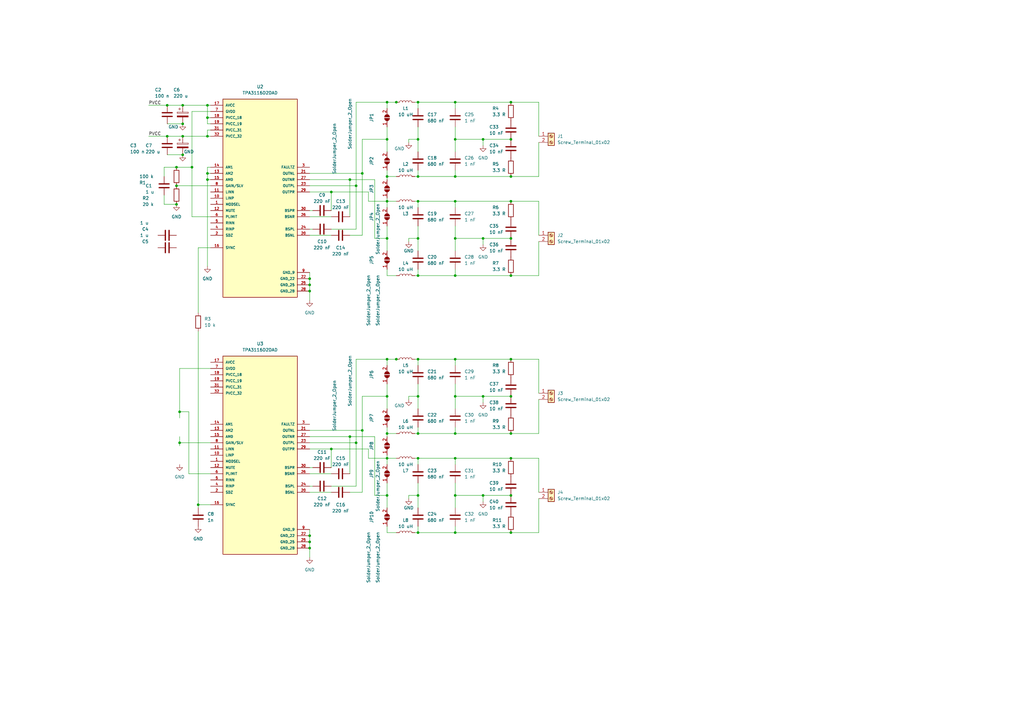
<source format=kicad_sch>
(kicad_sch (version 20230121) (generator eeschema)
  (paper "A3")
  (lib_symbols
    (symbol "Connector:Screw_Terminal_01x02" (pin_names (offset 1.016) hide)
      (property "Reference" "J" (at 0 2.54 0))
      (property "Value" "Screw_Terminal_01x02" (at 0 -5.08 0))
      (symbol "Screw_Terminal_01x02_1_1"
        (rectangle (start -1.27 1.27) (end 1.27 -3.81) (stroke (width 0.254)) (fill (type background)))
        (circle (center 0 -2.54) (radius 0.635) (stroke (width 0.1524)))
        (polyline (pts (xy -0.5334 -2.2098) (xy 0.3302 -3.048)) (stroke (width 0.1524)))
        (polyline (pts (xy -0.5334 0.3302) (xy 0.3302 -0.508)) (stroke (width 0.1524)))
        (polyline (pts (xy -0.3556 -2.032) (xy 0.508 -2.8702)) (stroke (width 0.1524)))
        (polyline (pts (xy -0.3556 0.508) (xy 0.508 -0.3302)) (stroke (width 0.1524)))
        (circle (center 0 0) (radius 0.635) (stroke (width 0.1524)))
        (pin passive line (at -5.08 0 0) (length 3.81) (name "Pin_1") (number "1"))
        (pin passive line (at -5.08 -2.54 0) (length 3.81) (name "Pin_2") (number "2"))
      )
    )
    (symbol "Device:C" (pin_numbers hide) (pin_names (offset 0.254))
      (property "Reference" "C" (at 0.635 2.54 0))
      (property "Value" "C" (at 0.635 -2.54 0))
      (symbol "C_0_1"
        (polyline (pts (xy -2.032 -0.762) (xy 2.032 -0.762)) (stroke (width 0.508)))
        (polyline (pts (xy -2.032 0.762) (xy 2.032 0.762)) (stroke (width 0.508)))
      )
      (symbol "C_1_1"
        (pin passive line (at 0 3.81 270) (length 2.794) (name "~") (number "1"))
        (pin passive line (at 0 -3.81 90) (length 2.794) (name "~") (number "2"))
      )
    )
    (symbol "Device:C_Polarized" (pin_numbers hide) (pin_names (offset 0.254))
      (property "Reference" "C" (at 0.635 2.54 0))
      (property "Value" "C_Polarized" (at 0.635 -2.54 0))
      (symbol "C_Polarized_0_1"
        (rectangle (start -2.286 0.508) (end 2.286 1.016))
        (polyline (pts (xy -1.778 2.286) (xy -0.762 2.286)))
        (polyline (pts (xy -1.27 2.794) (xy -1.27 1.778)))
        (rectangle (start 2.286 -0.508) (end -2.286 -1.016) (fill (type outline)))
      )
      (symbol "C_Polarized_1_1"
        (pin passive line (at 0 3.81 270) (length 2.794) (name "~") (number "1"))
        (pin passive line (at 0 -3.81 90) (length 2.794) (name "~") (number "2"))
      )
    )
    (symbol "Device:L" (pin_numbers hide) (pin_names (offset 1.016) hide)
      (property "Reference" "L" (at -1.27 0 90))
      (property "Value" "L" (at 1.905 0 90))
      (symbol "L_0_1"
        (arc (start 0 -2.54) (mid 0.6323 -1.905) (end 0 -1.27))
        (arc (start 0 -1.27) (mid 0.6323 -0.635) (end 0 0))
        (arc (start 0 0) (mid 0.6323 0.635) (end 0 1.27))
        (arc (start 0 1.27) (mid 0.6323 1.905) (end 0 2.54))
      )
      (symbol "L_1_1"
        (pin passive line (at 0 3.81 270) (length 1.27) (name "1") (number "1"))
        (pin passive line (at 0 -3.81 90) (length 1.27) (name "2") (number "2"))
      )
    )
    (symbol "Device:R" (pin_numbers hide) (pin_names (offset 0))
      (property "Reference" "R" (at 2.032 0 90))
      (property "Value" "R" (at 0 0 90))
      (symbol "R_0_1"
        (rectangle (start -1.016 -2.54) (end 1.016 2.54) (stroke (width 0.254)))
      )
      (symbol "R_1_1"
        (pin passive line (at 0 3.81 270) (length 1.27) (name "~") (number "1"))
        (pin passive line (at 0 -3.81 90) (length 1.27) (name "~") (number "2"))
      )
    )
    (symbol "Jumper:SolderJumper_2_Open" (pin_names (offset 0) hide)
      (property "Reference" "JP" (at 0 2.032 0))
      (property "Value" "SolderJumper_2_Open" (at 0 -2.54 0))
      (symbol "SolderJumper_2_Open_0_1"
        (arc (start -0.254 1.016) (mid -1.2656 0) (end -0.254 -1.016))
        (arc (start -0.254 1.016) (mid -1.2656 0) (end -0.254 -1.016) (fill (type outline)))
        (polyline (pts (xy -0.254 1.016) (xy -0.254 -1.016)))
        (polyline (pts (xy 0.254 1.016) (xy 0.254 -1.016)))
        (arc (start 0.254 -1.016) (mid 1.2656 0) (end 0.254 1.016))
        (arc (start 0.254 -1.016) (mid 1.2656 0) (end 0.254 1.016) (fill (type outline)))
      )
      (symbol "SolderJumper_2_Open_1_1"
        (pin passive line (at -3.81 0 0) (length 2.54) (name "A") (number "1"))
        (pin passive line (at 3.81 0 180) (length 2.54) (name "B") (number "2"))
      )
    )
    (symbol "Manifold:TPA3116D2DAD" (pin_names (offset 1.016))
      (property "Reference" "U" (at -15.24 41.64 0))
      (property "Value" "TPA3116D2DAD" (at -15.24 -44.64 0))
      (symbol "TPA3116D2DAD_0_0"
        (rectangle (start -15.24 -40.64) (end 15.24 40.64) (stroke (width 0.254)) (fill (type background)))
        (pin input line (at -20.32 -2.54 0) (length 5.08) (name "MODSEL") (number "1"))
        (pin input line (at -20.32 0 0) (length 5.08) (name "LINP") (number "10"))
        (pin input line (at -20.32 2.54 0) (length 5.08) (name "LINN") (number "11"))
        (pin input line (at -20.32 -5.08 0) (length 5.08) (name "MUTE") (number "12"))
        (pin input line (at -20.32 10.16 0) (length 5.08) (name "AM2") (number "13"))
        (pin input line (at -20.32 12.7 0) (length 5.08) (name "AM1") (number "14"))
        (pin input line (at -20.32 7.62 0) (length 5.08) (name "AM0") (number "15"))
        (pin bidirectional line (at -20.32 -20.32 0) (length 5.08) (name "SYNC") (number "16"))
        (pin power_in line (at -20.32 38.1 0) (length 5.08) (name "AVCC") (number "17"))
        (pin power_in line (at -20.32 33.02 0) (length 5.08) (name "PVCC_18") (number "18"))
        (pin power_in line (at -20.32 30.48 0) (length 5.08) (name "PVCC_19") (number "19"))
        (pin input line (at -20.32 -15.24 0) (length 5.08) (name "SDZ") (number "2"))
        (pin passive line (at 20.32 -15.24 180) (length 5.08) (name "BSNL") (number "20"))
        (pin output line (at 20.32 10.16 180) (length 5.08) (name "OUTNL") (number "21"))
        (pin power_in line (at 20.32 -33.02 180) (length 5.08) (name "GND_22") (number "22"))
        (pin output line (at 20.32 5.08 180) (length 5.08) (name "OUTPL") (number "23"))
        (pin passive line (at 20.32 -12.7 180) (length 5.08) (name "BSPL") (number "24"))
        (pin power_in line (at 20.32 -35.56 180) (length 5.08) (name "GND_25") (number "25"))
        (pin passive line (at 20.32 -7.62 180) (length 5.08) (name "BSNR") (number "26"))
        (pin output line (at 20.32 7.62 180) (length 5.08) (name "OUTNR") (number "27"))
        (pin power_in line (at 20.32 -38.1 180) (length 5.08) (name "GND_28") (number "28"))
        (pin output line (at 20.32 2.54 180) (length 5.08) (name "OUTPR") (number "29"))
        (pin output line (at 20.32 12.7 180) (length 5.08) (name "FAULTZ") (number "3"))
        (pin passive line (at 20.32 -5.08 180) (length 5.08) (name "BSPR") (number "30"))
        (pin power_in line (at -20.32 27.94 0) (length 5.08) (name "PVCC_31") (number "31"))
        (pin power_in line (at -20.32 25.4 0) (length 5.08) (name "PVCC_32") (number "32"))
        (pin input line (at -20.32 -12.7 0) (length 5.08) (name "RINP") (number "4"))
        (pin input line (at -20.32 -10.16 0) (length 5.08) (name "RINN") (number "5"))
        (pin input line (at -20.32 -7.62 0) (length 5.08) (name "PLIMIT") (number "6"))
        (pin power_in line (at -20.32 35.56 0) (length 5.08) (name "GVDD") (number "7"))
        (pin input line (at -20.32 5.08 0) (length 5.08) (name "GAIN/SLV") (number "8"))
        (pin power_in line (at 20.32 -30.48 180) (length 5.08) (name "GND_9") (number "9"))
      )
    )
    (symbol "power:GND" (power) (pin_names (offset 0))
      (property "Value" "GND" (at 0 -3.81 0))
      (symbol "GND_0_1"
        (polyline (pts (xy 0 0) (xy 0 -1.27) (xy 1.27 -1.27) (xy 0 -2.54) (xy -1.27 -1.27) (xy 0 -1.27)))
      )
      (symbol "GND_1_1"
        (pin power_in line (at 0 0 270) (length 0) hide (name "GND") (number "1"))
      )
    )
  )
  (junction (at 72.39 76.2))
  (junction (at 127 119.38))
  (junction (at 162.56 41.91))
  (junction (at 186.69 218.44))
  (junction (at 74.93 43.18))
  (junction (at 127 222.25))
  (junction (at 186.69 57.15))
  (junction (at 186.69 187.96))
  (junction (at 85.09 48.26))
  (junction (at 143.51 73.66))
  (junction (at 85.09 55.88))
  (junction (at 171.45 97.79))
  (junction (at 158.75 57.15))
  (junction (at 209.55 147.32))
  (junction (at 171.45 187.96))
  (junction (at 127 116.84))
  (junction (at 209.55 97.79))
  (junction (at 158.75 162.56))
  (junction (at 209.55 218.44))
  (junction (at 148.59 176.53))
  (junction (at 158.75 147.32))
  (junction (at 171.45 113.03))
  (junction (at 209.55 177.8))
  (junction (at 186.69 72.39))
  (junction (at 127 224.79))
  (junction (at 171.45 72.39))
  (junction (at 198.12 57.15))
  (junction (at 186.69 203.2))
  (junction (at 158.75 41.91))
  (junction (at 209.55 113.03))
  (junction (at 171.45 177.8))
  (junction (at 73.66 168.91))
  (junction (at 135.89 184.15))
  (junction (at 186.69 113.03))
  (junction (at 209.55 203.2))
  (junction (at 158.75 82.55))
  (junction (at 209.55 162.56))
  (junction (at 85.09 73.66))
  (junction (at 158.75 97.79))
  (junction (at 81.28 207.01))
  (junction (at 127 219.71))
  (junction (at 127 114.3))
  (junction (at 198.12 203.2))
  (junction (at 85.09 71.12))
  (junction (at 162.56 147.32))
  (junction (at 209.55 72.39))
  (junction (at 171.45 82.55))
  (junction (at 85.09 43.18))
  (junction (at 143.51 179.07))
  (junction (at 146.05 76.2))
  (junction (at 186.69 177.8))
  (junction (at 158.75 177.8))
  (junction (at 186.69 82.55))
  (junction (at 209.55 187.96))
  (junction (at 148.59 71.12))
  (junction (at 186.69 97.79))
  (junction (at 209.55 41.91))
  (junction (at 158.75 187.96))
  (junction (at 72.39 68.58))
  (junction (at 171.45 147.32))
  (junction (at 186.69 147.32))
  (junction (at 186.69 41.91))
  (junction (at 209.55 82.55))
  (junction (at 186.69 162.56))
  (junction (at 209.55 57.15))
  (junction (at 158.75 203.2))
  (junction (at 171.45 57.15))
  (junction (at 72.39 83.82))
  (junction (at 74.93 55.88))
  (junction (at 68.58 43.18))
  (junction (at 198.12 97.79))
  (junction (at 171.45 218.44))
  (junction (at 68.58 55.88))
  (junction (at 158.75 72.39))
  (junction (at 73.66 181.61))
  (junction (at 74.93 50.8))
  (junction (at 146.05 181.61))
  (junction (at 171.45 41.91))
  (junction (at 198.12 162.56))
  (junction (at 171.45 162.56))
  (junction (at 135.89 78.74))
  (junction (at 171.45 203.2))
  (junction (at 78.74 68.58))
  (junction (at 74.93 63.5))
  (wire (pts (xy 198.12 100.33) (xy 198.12 97.79)))
  (wire (pts (xy 158.75 162.56) (xy 158.75 167.64)))
  (wire (pts (xy 186.69 72.39) (xy 186.69 69.85)))
  (wire (pts (xy 186.69 162.56) (xy 186.69 167.64)))
  (wire (pts (xy 127 116.84) (xy 127 119.38)))
  (wire (pts (xy 67.31 68.58) (xy 67.31 72.39)))
  (wire (pts (xy 171.45 203.2) (xy 171.45 208.28)))
  (wire (pts (xy 135.89 191.77) (xy 135.89 184.15)))
  (wire (pts (xy 146.05 41.91) (xy 158.75 41.91)))
  (wire (pts (xy 167.64 97.79) (xy 167.64 99.06)))
  (wire (pts (xy 143.51 201.93) (xy 148.59 201.93)))
  (wire (pts (xy 171.45 110.49) (xy 171.45 113.03)))
  (wire (pts (xy 170.18 41.91) (xy 171.45 41.91)))
  (wire (pts (xy 220.98 72.39) (xy 220.98 58.42)))
  (wire (pts (xy 146.05 76.2) (xy 146.05 41.91)))
  (wire (pts (xy 186.69 198.12) (xy 186.69 203.2)))
  (wire (pts (xy 74.93 55.88) (xy 85.09 55.88)))
  (wire (pts (xy 81.28 135.89) (xy 81.28 207.01)))
  (wire (pts (xy 148.59 176.53) (xy 148.59 201.93)))
  (wire (pts (xy 158.75 175.26) (xy 158.75 177.8)))
  (wire (pts (xy 85.09 48.26) (xy 86.36 48.26)))
  (wire (pts (xy 171.45 113.03) (xy 186.69 113.03)))
  (wire (pts (xy 86.36 194.31) (xy 77.47 194.31)))
  (wire (pts (xy 209.55 147.32) (xy 220.98 147.32)))
  (wire (pts (xy 143.51 194.31) (xy 143.51 179.07)))
  (wire (pts (xy 74.93 43.18) (xy 85.09 43.18)))
  (wire (pts (xy 158.75 177.8) (xy 162.56 177.8)))
  (wire (pts (xy 171.45 85.09) (xy 171.45 82.55)))
  (wire (pts (xy 85.09 73.66) (xy 85.09 109.22)))
  (wire (pts (xy 86.36 88.9) (xy 78.74 88.9)))
  (wire (pts (xy 186.69 57.15) (xy 186.69 62.23)))
  (wire (pts (xy 86.36 45.72) (xy 78.74 45.72)))
  (wire (pts (xy 146.05 181.61) (xy 146.05 147.32)))
  (wire (pts (xy 167.64 57.15) (xy 167.64 58.42)))
  (wire (pts (xy 81.28 128.27) (xy 81.28 101.6)))
  (wire (pts (xy 171.45 187.96) (xy 186.69 187.96)))
  (wire (pts (xy 148.59 71.12) (xy 148.59 96.52)))
  (wire (pts (xy 68.58 43.18) (xy 74.93 43.18)))
  (wire (pts (xy 158.75 186.69) (xy 158.75 187.96)))
  (wire (pts (xy 158.75 203.2) (xy 158.75 208.28)))
  (wire (pts (xy 171.45 41.91) (xy 186.69 41.91)))
  (wire (pts (xy 171.45 147.32) (xy 171.45 149.86)))
  (wire (pts (xy 186.69 97.79) (xy 186.69 102.87)))
  (wire (pts (xy 73.66 171.45) (xy 73.66 168.91)))
  (wire (pts (xy 135.89 86.36) (xy 135.89 78.74)))
  (wire (pts (xy 127 88.9) (xy 135.89 88.9)))
  (wire (pts (xy 158.75 82.55) (xy 158.75 85.09)))
  (wire (pts (xy 86.36 50.8) (xy 85.09 50.8)))
  (wire (pts (xy 148.59 57.15) (xy 158.75 57.15)))
  (wire (pts (xy 85.09 73.66) (xy 86.36 73.66)))
  (wire (pts (xy 146.05 147.32) (xy 158.75 147.32)))
  (wire (pts (xy 153.67 203.2) (xy 158.75 203.2)))
  (wire (pts (xy 171.45 203.2) (xy 167.64 203.2)))
  (wire (pts (xy 186.69 177.8) (xy 186.69 175.26)))
  (wire (pts (xy 153.67 73.66) (xy 143.51 73.66)))
  (wire (pts (xy 85.09 48.26) (xy 85.09 43.18)))
  (wire (pts (xy 171.45 218.44) (xy 186.69 218.44)))
  (wire (pts (xy 171.45 72.39) (xy 186.69 72.39)))
  (wire (pts (xy 158.75 41.91) (xy 158.75 44.45)))
  (wire (pts (xy 198.12 59.69) (xy 198.12 57.15)))
  (wire (pts (xy 171.45 82.55) (xy 186.69 82.55)))
  (wire (pts (xy 186.69 187.96) (xy 186.69 190.5)))
  (wire (pts (xy 127 111.76) (xy 127 114.3)))
  (wire (pts (xy 127 191.77) (xy 128.27 191.77)))
  (wire (pts (xy 170.18 113.03) (xy 171.45 113.03)))
  (wire (pts (xy 67.31 80.01) (xy 67.31 83.82)))
  (wire (pts (xy 67.31 68.58) (xy 72.39 68.58)))
  (wire (pts (xy 135.89 184.15) (xy 127 184.15)))
  (wire (pts (xy 167.64 57.15) (xy 171.45 57.15)))
  (wire (pts (xy 158.75 82.55) (xy 162.56 82.55)))
  (wire (pts (xy 186.69 203.2) (xy 186.69 208.28)))
  (wire (pts (xy 135.89 78.74) (xy 127 78.74)))
  (wire (pts (xy 151.13 184.15) (xy 135.89 184.15)))
  (wire (pts (xy 220.98 177.8) (xy 220.98 163.83)))
  (wire (pts (xy 127 179.07) (xy 143.51 179.07)))
  (wire (pts (xy 171.45 215.9) (xy 171.45 218.44)))
  (wire (pts (xy 171.45 52.07) (xy 171.45 57.15)))
  (wire (pts (xy 151.13 78.74) (xy 135.89 78.74)))
  (wire (pts (xy 186.69 113.03) (xy 209.55 113.03)))
  (wire (pts (xy 186.69 157.48) (xy 186.69 162.56)))
  (wire (pts (xy 85.09 71.12) (xy 86.36 71.12)))
  (wire (pts (xy 220.98 41.91) (xy 220.98 55.88)))
  (wire (pts (xy 171.45 177.8) (xy 186.69 177.8)))
  (wire (pts (xy 81.28 207.01) (xy 81.28 208.28)))
  (wire (pts (xy 171.45 177.8) (xy 170.18 177.8)))
  (wire (pts (xy 162.56 41.91) (xy 163.83 41.91)))
  (wire (pts (xy 209.55 187.96) (xy 220.98 187.96)))
  (wire (pts (xy 158.75 92.71) (xy 158.75 97.79)))
  (wire (pts (xy 153.67 97.79) (xy 158.75 97.79)))
  (wire (pts (xy 158.75 110.49) (xy 158.75 113.03)))
  (wire (pts (xy 158.75 157.48) (xy 158.75 162.56)))
  (wire (pts (xy 148.59 71.12) (xy 148.59 57.15)))
  (wire (pts (xy 198.12 162.56) (xy 209.55 162.56)))
  (wire (pts (xy 167.64 162.56) (xy 167.64 163.83)))
  (wire (pts (xy 127 219.71) (xy 127 222.25)))
  (wire (pts (xy 198.12 57.15) (xy 209.55 57.15)))
  (wire (pts (xy 209.55 41.91) (xy 220.98 41.91)))
  (wire (pts (xy 127 222.25) (xy 127 224.79)))
  (wire (pts (xy 85.09 71.12) (xy 85.09 73.66)))
  (wire (pts (xy 158.75 52.07) (xy 158.75 57.15)))
  (wire (pts (xy 186.69 203.2) (xy 198.12 203.2)))
  (wire (pts (xy 170.18 187.96) (xy 171.45 187.96)))
  (wire (pts (xy 68.58 50.8) (xy 74.93 50.8)))
  (wire (pts (xy 85.09 53.34) (xy 85.09 55.88)))
  (wire (pts (xy 209.55 72.39) (xy 220.98 72.39)))
  (wire (pts (xy 198.12 203.2) (xy 209.55 203.2)))
  (wire (pts (xy 198.12 97.79) (xy 209.55 97.79)))
  (wire (pts (xy 186.69 162.56) (xy 198.12 162.56)))
  (wire (pts (xy 209.55 82.55) (xy 220.98 82.55)))
  (wire (pts (xy 186.69 113.03) (xy 186.69 110.49)))
  (wire (pts (xy 127 194.31) (xy 135.89 194.31)))
  (wire (pts (xy 158.75 187.96) (xy 158.75 190.5)))
  (wire (pts (xy 209.55 72.39) (xy 186.69 72.39)))
  (wire (pts (xy 146.05 181.61) (xy 127 181.61)))
  (wire (pts (xy 209.55 41.91) (xy 186.69 41.91)))
  (wire (pts (xy 68.58 55.88) (xy 74.93 55.88)))
  (wire (pts (xy 158.75 187.96) (xy 162.56 187.96)))
  (wire (pts (xy 60.96 43.18) (xy 68.58 43.18)))
  (wire (pts (xy 67.31 83.82) (xy 72.39 83.82)))
  (wire (pts (xy 86.36 181.61) (xy 73.66 181.61)))
  (wire (pts (xy 127 86.36) (xy 128.27 86.36)))
  (wire (pts (xy 171.45 190.5) (xy 171.45 187.96)))
  (wire (pts (xy 81.28 101.6) (xy 86.36 101.6)))
  (wire (pts (xy 198.12 165.1) (xy 198.12 162.56)))
  (wire (pts (xy 158.75 72.39) (xy 158.75 73.66)))
  (wire (pts (xy 167.64 162.56) (xy 171.45 162.56)))
  (wire (pts (xy 143.51 96.52) (xy 148.59 96.52)))
  (wire (pts (xy 171.45 97.79) (xy 167.64 97.79)))
  (wire (pts (xy 158.75 41.91) (xy 162.56 41.91)))
  (wire (pts (xy 77.47 168.91) (xy 73.66 168.91)))
  (wire (pts (xy 81.28 207.01) (xy 86.36 207.01)))
  (wire (pts (xy 158.75 215.9) (xy 158.75 218.44)))
  (wire (pts (xy 171.45 69.85) (xy 171.45 72.39)))
  (wire (pts (xy 186.69 218.44) (xy 186.69 215.9)))
  (wire (pts (xy 146.05 76.2) (xy 127 76.2)))
  (wire (pts (xy 158.75 177.8) (xy 158.75 179.07)))
  (wire (pts (xy 186.69 147.32) (xy 186.69 149.86)))
  (wire (pts (xy 158.75 81.28) (xy 158.75 82.55)))
  (wire (pts (xy 77.47 194.31) (xy 77.47 168.91)))
  (wire (pts (xy 162.56 218.44) (xy 158.75 218.44)))
  (wire (pts (xy 220.98 218.44) (xy 209.55 218.44)))
  (wire (pts (xy 68.58 63.5) (xy 74.93 63.5)))
  (wire (pts (xy 78.74 45.72) (xy 78.74 68.58)))
  (wire (pts (xy 151.13 82.55) (xy 158.75 82.55)))
  (wire (pts (xy 220.98 204.47) (xy 220.98 218.44)))
  (wire (pts (xy 85.09 43.18) (xy 86.36 43.18)))
  (wire (pts (xy 209.55 82.55) (xy 186.69 82.55)))
  (wire (pts (xy 85.09 50.8) (xy 85.09 48.26)))
  (wire (pts (xy 127 114.3) (xy 127 116.84)))
  (wire (pts (xy 220.98 147.32) (xy 220.98 161.29)))
  (wire (pts (xy 171.45 97.79) (xy 171.45 102.87)))
  (wire (pts (xy 60.96 55.88) (xy 68.58 55.88)))
  (wire (pts (xy 209.55 187.96) (xy 186.69 187.96)))
  (wire (pts (xy 158.75 147.32) (xy 162.56 147.32)))
  (wire (pts (xy 73.66 181.61) (xy 73.66 182.88)))
  (wire (pts (xy 127 201.93) (xy 135.89 201.93)))
  (wire (pts (xy 151.13 187.96) (xy 158.75 187.96)))
  (wire (pts (xy 158.75 198.12) (xy 158.75 203.2)))
  (wire (pts (xy 186.69 41.91) (xy 186.69 44.45)))
  (wire (pts (xy 135.89 93.98) (xy 146.05 93.98)))
  (wire (pts (xy 73.66 179.07) (xy 73.66 181.61)))
  (wire (pts (xy 209.55 177.8) (xy 220.98 177.8)))
  (wire (pts (xy 127 119.38) (xy 127 123.19)))
  (wire (pts (xy 73.66 151.13) (xy 86.36 151.13)))
  (wire (pts (xy 171.45 147.32) (xy 186.69 147.32)))
  (wire (pts (xy 170.18 218.44) (xy 171.45 218.44)))
  (wire (pts (xy 143.51 88.9) (xy 143.51 73.66)))
  (wire (pts (xy 162.56 147.32) (xy 163.83 147.32)))
  (wire (pts (xy 127 71.12) (xy 148.59 71.12)))
  (wire (pts (xy 73.66 168.91) (xy 73.66 151.13)))
  (wire (pts (xy 220.98 187.96) (xy 220.98 201.93)))
  (wire (pts (xy 85.09 55.88) (xy 86.36 55.88)))
  (wire (pts (xy 127 217.17) (xy 127 219.71)))
  (wire (pts (xy 158.75 57.15) (xy 158.75 62.23)))
  (wire (pts (xy 127 93.98) (xy 128.27 93.98)))
  (wire (pts (xy 171.45 57.15) (xy 171.45 62.23)))
  (wire (pts (xy 162.56 113.03) (xy 158.75 113.03)))
  (wire (pts (xy 151.13 82.55) (xy 151.13 78.74)))
  (wire (pts (xy 127 176.53) (xy 148.59 176.53)))
  (wire (pts (xy 86.36 68.58) (xy 85.09 68.58)))
  (wire (pts (xy 158.75 72.39) (xy 162.56 72.39)))
  (wire (pts (xy 146.05 93.98) (xy 146.05 76.2)))
  (wire (pts (xy 151.13 187.96) (xy 151.13 184.15)))
  (wire (pts (xy 171.45 92.71) (xy 171.45 97.79)))
  (wire (pts (xy 220.98 82.55) (xy 220.98 96.52)))
  (wire (pts (xy 135.89 199.39) (xy 146.05 199.39)))
  (wire (pts (xy 72.39 68.58) (xy 78.74 68.58)))
  (wire (pts (xy 127 73.66) (xy 143.51 73.66)))
  (wire (pts (xy 170.18 147.32) (xy 171.45 147.32)))
  (wire (pts (xy 198.12 205.74) (xy 198.12 203.2)))
  (wire (pts (xy 127 96.52) (xy 135.89 96.52)))
  (wire (pts (xy 220.98 99.06) (xy 220.98 113.03)))
  (wire (pts (xy 167.64 203.2) (xy 167.64 204.47)))
  (wire (pts (xy 171.45 175.26) (xy 171.45 177.8)))
  (wire (pts (xy 186.69 82.55) (xy 186.69 85.09)))
  (wire (pts (xy 186.69 57.15) (xy 198.12 57.15)))
  (wire (pts (xy 186.69 92.71) (xy 186.69 97.79)))
  (wire (pts (xy 186.69 218.44) (xy 209.55 218.44)))
  (wire (pts (xy 186.69 52.07) (xy 186.69 57.15)))
  (wire (pts (xy 146.05 199.39) (xy 146.05 181.61)))
  (wire (pts (xy 85.09 68.58) (xy 85.09 71.12)))
  (wire (pts (xy 158.75 147.32) (xy 158.75 149.86)))
  (wire (pts (xy 170.18 82.55) (xy 171.45 82.55)))
  (wire (pts (xy 127 224.79) (xy 127 228.6)))
  (wire (pts (xy 153.67 179.07) (xy 153.67 203.2)))
  (wire (pts (xy 158.75 69.85) (xy 158.75 72.39)))
  (wire (pts (xy 86.36 76.2) (xy 72.39 76.2)))
  (wire (pts (xy 171.45 162.56) (xy 171.45 167.64)))
  (wire (pts (xy 86.36 53.34) (xy 85.09 53.34)))
  (wire (pts (xy 148.59 176.53) (xy 148.59 162.56)))
  (wire (pts (xy 171.45 198.12) (xy 171.45 203.2)))
  (wire (pts (xy 186.69 97.79) (xy 198.12 97.79)))
  (wire (pts (xy 78.74 68.58) (xy 78.74 88.9)))
  (wire (pts (xy 209.55 177.8) (xy 186.69 177.8)))
  (wire (pts (xy 153.67 179.07) (xy 143.51 179.07)))
  (wire (pts (xy 220.98 113.03) (xy 209.55 113.03)))
  (wire (pts (xy 127 199.39) (xy 128.27 199.39)))
  (wire (pts (xy 148.59 162.56) (xy 158.75 162.56)))
  (wire (pts (xy 209.55 147.32) (xy 186.69 147.32)))
  (wire (pts (xy 171.45 41.91) (xy 171.45 44.45)))
  (wire (pts (xy 153.67 73.66) (xy 153.67 97.79)))
  (wire (pts (xy 158.75 97.79) (xy 158.75 102.87)))
  (wire (pts (xy 171.45 72.39) (xy 170.18 72.39)))
  (wire (pts (xy 171.45 157.48) (xy 171.45 162.56)))
  (label "PVCC" (at 60.96 43.18 0))
  (label "PVCC" (at 60.96 55.88 0))
  (symbol (lib_id "Jumper:SolderJumper_2_Open") (at 158.75 77.47 90) (unit 1)
    (property "Reference" "JP3" (at 152.4 77.47 0))
    (property "Value" "SolderJumper_2_Open" (at 154.94 93.98 0))
  )
  (symbol (lib_id "Device:C") (at 186.69 66.04 0) (unit 1)
    (property "Reference" "C26" (at 190.5 64.77 0) (effects (justify left)))
    (property "Value" "1 nF" (at 190.5 67.31 0) (effects (justify left)))
  )
  (symbol (lib_id "Device:C") (at 209.55 199.39 0) (unit 1)
    (property "Reference" "C39" (at 200.66 198.12 0) (effects (justify left)))
    (property "Value" "10 nF" (at 200.66 200.66 0) (effects (justify left)))
  )
  (symbol (lib_id "Device:C") (at 68.58 59.69 0) (unit 1)
    (property "Reference" "C3" (at 53.34 59.69 0) (effects (justify left)))
    (property "Value" "100 n" (at 53.34 62.23 0) (effects (justify left)))
  )
  (symbol (lib_id "Jumper:SolderJumper_2_Open") (at 158.75 66.04 90) (unit 1)
    (property "Reference" "JP2" (at 152.4 66.04 0))
    (property "Value" "SolderJumper_2_Open" (at 137.16 60.96 0))
  )
  (symbol (lib_id "Device:C") (at 186.69 194.31 0) (unit 1)
    (property "Reference" "C31" (at 190.5 193.04 0) (effects (justify left)))
    (property "Value" "1 nF" (at 190.5 195.58 0) (effects (justify left)))
  )
  (symbol (lib_id "Device:C") (at 139.7 88.9 90) (unit 1)
    (property "Reference" "C13" (at 139.7 82.55 90))
    (property "Value" "220 nF" (at 139.7 85.09 90))
  )
  (symbol (lib_id "Device:C") (at 171.45 88.9 0) (unit 1)
    (property "Reference" "C19" (at 175.26 87.63 0) (effects (justify left)))
    (property "Value" "680 nF" (at 175.26 90.17 0) (effects (justify left)))
  )
  (symbol (lib_id "Device:C") (at 186.69 106.68 0) (unit 1)
    (property "Reference" "C28" (at 190.5 105.41 0) (effects (justify left)))
    (property "Value" "1 nF" (at 190.5 107.95 0) (effects (justify left)))
  )
  (symbol (lib_id "Device:C") (at 209.55 166.37 0) (unit 1)
    (property "Reference" "C38" (at 200.66 165.1 0) (effects (justify left)))
    (property "Value" "10 nF" (at 200.66 167.64 0) (effects (justify left)))
  )
  (symbol (lib_id "power:GND") (at 73.66 190.5 0) (unit 1)
    (property "Reference" "#PWR02" (effects hide))
    (property "Value" "GND" (at 73.66 195.58 0))
  )
  (symbol (lib_id "Device:R") (at 209.55 173.99 0) (unit 1)
    (property "Reference" "R9" (at 201.93 172.72 0) (effects (justify left)))
    (property "Value" "3.3 R" (at 201.93 175.26 0) (effects (justify left)))
  )
  (symbol (lib_id "Device:L") (at 166.37 72.39 90) (unit 1)
    (property "Reference" "L2" (at 166.37 67.31 90))
    (property "Value" "10 uH" (at 166.37 69.85 90))
  )
  (symbol (lib_id "Manifold:TPA3116D2DAD") (at 106.68 81.28 0) (unit 1)
    (property "Reference" "U2" (at 106.68 35.56 0))
    (property "Value" "TPA3116D2DAD" (at 106.68 38.1 0))
    (property "Footprint" "TPA3116D2DAD:SOP65P810X115-32N" (effects hide))
    (property "MF" "Texas Instruments" (effects hide))
    (property "Description" "\n50-W stereo, 100-W mono, 4.5- to 26-V supply, analog input Class-D audio amplifier w/ SpeakerGuard™\n" (effects hide))
    (property "Package" "HTSSOP-32 Texas Instruments" (effects hide))
    (property "Price" "None" (effects hide))
    (property "Check_prices" "https://www.snapeda.com/parts/TPA3116D2DAD/Texas+Instruments/view-part/?ref=eda" (effects hide))
    (property "MAXIMUM_PACKAGE_HIEGHT" "1.15mm" (effects hide))
    (property "STANDARD" "IPC7351B" (effects hide))
    (property "PARTREV" "G" (effects hide))
    (property "SnapEDA_Link" "https://www.snapeda.com/parts/TPA3116D2DAD/Texas+Instruments/view-part/?ref=snap" (effects hide))
    (property "MP" "TPA3116D2DAD" (effects hide))
    (property "Availability" "In Stock" (effects hide))
    (property "MANUFACTURER" "Texas Instruments" (effects hide))
  )
  (symbol (lib_id "Device:L") (at 166.37 187.96 90) (unit 1)
    (property "Reference" "L7" (at 166.37 193.04 90))
    (property "Value" "10 uH" (at 166.37 190.5 90))
  )
  (symbol (lib_id "Device:C") (at 132.08 93.98 90) (unit 1)
    (property "Reference" "C10" (at 132.08 99.06 90))
    (property "Value" "220 nF" (at 132.08 101.6 90))
  )
  (symbol (lib_id "Device:C") (at 171.45 153.67 0) (unit 1)
    (property "Reference" "C21" (at 175.26 152.4 0) (effects (justify left)))
    (property "Value" "680 nF" (at 175.26 154.94 0) (effects (justify left)))
  )
  (symbol (lib_id "Device:C") (at 139.7 194.31 90) (unit 1)
    (property "Reference" "C15" (at 139.7 187.96 90))
    (property "Value" "220 nF" (at 139.7 190.5 90))
  )
  (symbol (lib_id "Jumper:SolderJumper_2_Open") (at 158.75 194.31 90) (unit 1)
    (property "Reference" "JP9" (at 152.4 194.31 0))
    (property "Value" "SolderJumper_2_Open" (at 151.13 228.6 0))
  )
  (symbol (lib_id "Device:R") (at 209.55 68.58 0) (unit 1)
    (property "Reference" "R5" (at 201.93 67.31 0) (effects (justify left)))
    (property "Value" "3.3 R" (at 201.93 69.85 0) (effects (justify left)))
  )
  (symbol (lib_id "Device:L") (at 166.37 177.8 90) (unit 1)
    (property "Reference" "L6" (at 166.37 172.72 90))
    (property "Value" "10 uH" (at 166.37 175.26 90))
  )
  (symbol (lib_id "power:GND") (at 74.93 63.5 0) (unit 1)
    (property "Reference" "#PWR04" (effects hide))
    (property "Value" "GND" (at 77.47 62.23 0))
  )
  (symbol (lib_id "power:GND") (at 198.12 165.1 0) (unit 1)
    (property "Reference" "#PWR015" (effects hide))
    (property "Value" "GND" (at 198.12 170.18 0))
  )
  (symbol (lib_id "power:GND") (at 167.64 99.06 0) (unit 1)
    (property "Reference" "#PWR010" (effects hide))
    (property "Value" "GND" (at 167.64 102.87 0))
  )
  (symbol (lib_id "power:GND") (at 198.12 100.33 0) (unit 1)
    (property "Reference" "#PWR014" (effects hide))
    (property "Value" "GND" (at 198.12 105.41 0))
  )
  (symbol (lib_id "Device:L") (at 166.37 218.44 90) (unit 1)
    (property "Reference" "L8" (at 166.37 213.36 90))
    (property "Value" "10 uH" (at 166.37 215.9 90))
  )
  (symbol (lib_id "Device:C") (at 171.45 48.26 0) (unit 1)
    (property "Reference" "C17" (at 175.26 46.99 0) (effects (justify left)))
    (property "Value" "680 nF" (at 175.26 49.53 0) (effects (justify left)))
  )
  (symbol (lib_id "Jumper:SolderJumper_2_Open") (at 158.75 48.26 90) (unit 1)
    (property "Reference" "JP1" (at 152.4 48.26 0))
    (property "Value" "SolderJumper_2_Open" (at 143.51 50.8 0))
  )
  (symbol (lib_id "power:GND") (at 167.64 204.47 0) (unit 1)
    (property "Reference" "#PWR012" (effects hide))
    (property "Value" "GND" (at 167.64 208.28 0))
  )
  (symbol (lib_id "Connector:Screw_Terminal_01x02") (at 226.06 201.93 0) (unit 1)
    (property "Reference" "J4" (at 228.6 201.93 0) (effects (justify left)))
    (property "Value" "Screw_Terminal_01x02" (at 228.6 204.47 0) (effects (justify left)))
  )
  (symbol (lib_id "Device:R") (at 209.55 151.13 0) (unit 1)
    (property "Reference" "R8" (at 201.93 149.86 0) (effects (justify left)))
    (property "Value" "3.3 R" (at 201.93 152.4 0) (effects (justify left)))
  )
  (symbol (lib_id "Device:C_Polarized") (at 74.93 59.69 0) (unit 1)
    (property "Reference" "C7" (at 59.69 59.69 0) (effects (justify left)))
    (property "Value" "220 u" (at 59.69 62.23 0) (effects (justify left)))
  )
  (symbol (lib_id "Jumper:SolderJumper_2_Open") (at 158.75 153.67 90) (unit 1)
    (property "Reference" "JP6" (at 152.4 153.67 0))
    (property "Value" "SolderJumper_2_Open" (at 143.51 156.21 0))
  )
  (symbol (lib_id "Device:C") (at 132.08 86.36 90) (unit 1)
    (property "Reference" "C9" (at 132.08 80.01 90))
    (property "Value" "220 nF" (at 132.08 82.55 90))
  )
  (symbol (lib_id "Device:R") (at 209.55 191.77 0) (unit 1)
    (property "Reference" "R10" (at 201.93 190.5 0) (effects (justify left)))
    (property "Value" "3.3 R" (at 201.93 193.04 0) (effects (justify left)))
  )
  (symbol (lib_id "Device:C") (at 171.45 171.45 0) (unit 1)
    (property "Reference" "C22" (at 175.26 170.18 0) (effects (justify left)))
    (property "Value" "680 nF" (at 175.26 172.72 0) (effects (justify left)))
  )
  (symbol (lib_id "Device:C") (at 209.55 53.34 0) (unit 1)
    (property "Reference" "C33" (at 200.66 52.07 0) (effects (justify left)))
    (property "Value" "10 nF" (at 200.66 54.61 0) (effects (justify left)))
  )
  (symbol (lib_id "power:GND") (at 72.39 83.82 0) (unit 1)
    (property "Reference" "#PWR01" (effects hide))
    (property "Value" "GND" (at 72.39 88.9 0))
  )
  (symbol (lib_id "Device:R") (at 209.55 109.22 0) (unit 1)
    (property "Reference" "R7" (at 201.93 107.95 0) (effects (justify left)))
    (property "Value" "3.3 R" (at 201.93 110.49 0) (effects (justify left)))
  )
  (symbol (lib_id "power:GND") (at 198.12 59.69 0) (unit 1)
    (property "Reference" "#PWR013" (effects hide))
    (property "Value" "GND" (at 198.12 64.77 0))
  )
  (symbol (lib_id "Device:C") (at 186.69 88.9 0) (unit 1)
    (property "Reference" "C27" (at 190.5 87.63 0) (effects (justify left)))
    (property "Value" "1 nF" (at 190.5 90.17 0) (effects (justify left)))
  )
  (symbol (lib_id "Connector:Screw_Terminal_01x02") (at 226.06 96.52 0) (unit 1)
    (property "Reference" "J2" (at 228.6 96.52 0) (effects (justify left)))
    (property "Value" "Screw_Terminal_01x02" (at 228.6 99.06 0) (effects (justify left)))
  )
  (symbol (lib_id "power:GND") (at 127 228.6 0) (unit 1)
    (property "Reference" "#PWR08" (effects hide))
    (property "Value" "GND" (at 127 233.68 0))
  )
  (symbol (lib_id "Device:C") (at 209.55 207.01 0) (unit 1)
    (property "Reference" "C40" (at 200.66 205.74 0) (effects (justify left)))
    (property "Value" "10 nF" (at 200.66 208.28 0) (effects (justify left)))
  )
  (symbol (lib_id "Device:R") (at 72.39 72.39 0) (unit 1)
    (property "Reference" "R1" (at 57.15 74.93 0) (effects (justify left)))
    (property "Value" "100 k" (at 57.15 72.39 0) (effects (justify left)))
    (property "Datasheet" "\\" (effects hide))
  )
  (symbol (lib_id "Device:C") (at 209.55 158.75 0) (unit 1)
    (property "Reference" "C37" (at 200.66 157.48 0) (effects (justify left)))
    (property "Value" "10 nF" (at 200.66 160.02 0) (effects (justify left)))
  )
  (symbol (lib_id "Device:L") (at 166.37 82.55 90) (unit 1)
    (property "Reference" "L3" (at 166.37 87.63 90))
    (property "Value" "10 uH" (at 166.37 85.09 90))
  )
  (symbol (lib_id "Device:C") (at 67.31 76.2 0) (unit 1)
    (property "Reference" "C1" (at 59.69 76.2 0) (effects (justify left)))
    (property "Value" "1 u" (at 59.69 78.74 0) (effects (justify left)))
  )
  (symbol (lib_id "Device:C") (at 209.55 101.6 0) (unit 1)
    (property "Reference" "C36" (at 200.66 100.33 0) (effects (justify left)))
    (property "Value" "10 nF" (at 200.66 102.87 0) (effects (justify left)))
  )
  (symbol (lib_id "Device:R") (at 81.28 132.08 0) (unit 1)
    (property "Reference" "R3" (at 83.82 130.81 0) (effects (justify left)))
    (property "Value" "10 k" (at 83.82 133.35 0) (effects (justify left)))
  )
  (symbol (lib_id "power:GND") (at 81.28 215.9 0) (unit 1)
    (property "Reference" "#PWR05" (effects hide))
    (property "Value" "GND" (at 81.28 220.98 0))
  )
  (symbol (lib_id "power:GND") (at 85.09 109.22 0) (unit 1)
    (property "Reference" "#PWR06" (effects hide))
    (property "Value" "GND" (at 85.09 114.3 0))
  )
  (symbol (lib_id "Device:C") (at 68.58 46.99 0) (unit 1)
    (property "Reference" "C2" (at 63.5 36.83 0) (effects (justify left)))
    (property "Value" "100 n" (at 63.5 39.37 0) (effects (justify left)))
  )
  (symbol (lib_id "Jumper:SolderJumper_2_Open") (at 158.75 182.88 90) (unit 1)
    (property "Reference" "JP8" (at 152.4 182.88 0))
    (property "Value" "SolderJumper_2_Open" (at 154.94 199.39 0))
  )
  (symbol (lib_id "Device:C") (at 139.7 201.93 90) (unit 1)
    (property "Reference" "C16" (at 139.7 207.01 90))
    (property "Value" "220 nF" (at 139.7 209.55 90))
  )
  (symbol (lib_id "power:GND") (at 198.12 205.74 0) (unit 1)
    (property "Reference" "#PWR016" (effects hide))
    (property "Value" "GND" (at 198.12 210.82 0))
  )
  (symbol (lib_id "Device:C") (at 68.58 96.52 90) (unit 1)
    (property "Reference" "C4" (at 60.96 93.98 90) (effects (justify left)))
    (property "Value" "1 u" (at 60.96 91.44 90) (effects (justify left)))
  )
  (symbol (lib_id "Device:L") (at 166.37 41.91 90) (unit 1)
    (property "Reference" "L1" (at 166.37 44.45 90))
    (property "Value" "10 uH" (at 166.37 46.99 90))
  )
  (symbol (lib_id "Device:R") (at 209.55 86.36 0) (unit 1)
    (property "Reference" "R6" (at 201.93 85.09 0) (effects (justify left)))
    (property "Value" "3.3 R" (at 201.93 87.63 0) (effects (justify left)))
  )
  (symbol (lib_id "Device:C") (at 186.69 153.67 0) (unit 1)
    (property "Reference" "C29" (at 190.5 152.4 0) (effects (justify left)))
    (property "Value" "1 nF" (at 190.5 154.94 0) (effects (justify left)))
  )
  (symbol (lib_id "Device:R") (at 209.55 45.72 0) (unit 1)
    (property "Reference" "R4" (at 201.93 44.45 0) (effects (justify left)))
    (property "Value" "3.3 R" (at 201.93 46.99 0) (effects (justify left)))
  )
  (symbol (lib_id "Device:R") (at 209.55 214.63 0) (unit 1)
    (property "Reference" "R11" (at 201.93 213.36 0) (effects (justify left)))
    (property "Value" "3.3 R" (at 201.93 215.9 0) (effects (justify left)))
  )
  (symbol (lib_id "Device:C") (at 186.69 212.09 0) (unit 1)
    (property "Reference" "C32" (at 190.5 210.82 0) (effects (justify left)))
    (property "Value" "1 nF" (at 190.5 213.36 0) (effects (justify left)))
  )
  (symbol (lib_id "Device:R") (at 72.39 80.01 0) (unit 1)
    (property "Reference" "R2" (at 58.42 81.28 0) (effects (justify left)))
    (property "Value" "20 k" (at 58.42 83.82 0) (effects (justify left)))
    (property "Datasheet" "\\" (effects hide))
  )
  (symbol (lib_id "Device:C") (at 132.08 199.39 90) (unit 1)
    (property "Reference" "C12" (at 132.08 204.47 90))
    (property "Value" "220 nF" (at 132.08 207.01 90))
  )
  (symbol (lib_id "power:GND") (at 167.64 163.83 0) (unit 1)
    (property "Reference" "#PWR011" (effects hide))
    (property "Value" "GND" (at 163.83 166.37 0))
  )
  (symbol (lib_id "Device:L") (at 166.37 147.32 90) (unit 1)
    (property "Reference" "L5" (at 166.37 149.86 90))
    (property "Value" "10 uH" (at 166.37 152.4 90))
  )
  (symbol (lib_id "Device:C") (at 209.55 60.96 0) (unit 1)
    (property "Reference" "C34" (at 200.66 59.69 0) (effects (justify left)))
    (property "Value" "10 nF" (at 200.66 62.23 0) (effects (justify left)))
  )
  (symbol (lib_id "Jumper:SolderJumper_2_Open") (at 158.75 171.45 90) (unit 1)
    (property "Reference" "JP7" (at 152.4 171.45 0))
    (property "Value" "SolderJumper_2_Open" (at 137.16 166.37 0))
  )
  (symbol (lib_id "Jumper:SolderJumper_2_Open") (at 158.75 106.68 90) (unit 1)
    (property "Reference" "JP5" (at 152.4 106.68 0))
    (property "Value" "SolderJumper_2_Open" (at 154.94 123.19 0))
  )
  (symbol (lib_id "Jumper:SolderJumper_2_Open") (at 158.75 88.9 90) (unit 1)
    (property "Reference" "JP4" (at 152.4 88.9 0))
    (property "Value" "SolderJumper_2_Open" (at 151.13 123.19 0))
  )
  (symbol (lib_id "Manifold:TPA3116D2DAD") (at 106.68 186.69 0) (unit 1)
    (property "Reference" "U3" (at 106.68 140.97 0))
    (property "Value" "TPA3116D2DAD" (at 106.68 143.51 0))
    (property "Footprint" "TPA3116D2DAD:SOP65P810X115-32N" (effects hide))
    (property "MF" "Texas Instruments" (effects hide))
    (property "Description" "\n50-W stereo, 100-W mono, 4.5- to 26-V supply, analog input Class-D audio amplifier w/ SpeakerGuard™\n" (effects hide))
    (property "Package" "HTSSOP-32 Texas Instruments" (effects hide))
    (property "Price" "None" (effects hide))
    (property "Check_prices" "https://www.snapeda.com/parts/TPA3116D2DAD/Texas+Instruments/view-part/?ref=eda" (effects hide))
    (property "MAXIMUM_PACKAGE_HIEGHT" "1.15mm" (effects hide))
    (property "STANDARD" "IPC7351B" (effects hide))
    (property "PARTREV" "G" (effects hide))
    (property "SnapEDA_Link" "https://www.snapeda.com/parts/TPA3116D2DAD/Texas+Instruments/view-part/?ref=snap" (effects hide))
    (property "MP" "TPA3116D2DAD" (effects hide))
    (property "Availability" "In Stock" (effects hide))
    (property "MANUFACTURER" "Texas Instruments" (effects hide))
  )
  (symbol (lib_id "Device:L") (at 166.37 113.03 90) (unit 1)
    (property "Reference" "L4" (at 166.37 107.95 90))
    (property "Value" "10 uH" (at 166.37 110.49 90))
  )
  (symbol (lib_id "power:GND") (at 127 123.19 0) (unit 1)
    (property "Reference" "#PWR07" (effects hide))
    (property "Value" "GND" (at 127 128.27 0))
  )
  (symbol (lib_id "power:GND") (at 74.93 50.8 0) (unit 1)
    (property "Reference" "#PWR03" (effects hide))
    (property "Value" "GND" (at 71.12 52.07 0))
  )
  (symbol (lib_id "Jumper:SolderJumper_2_Open") (at 158.75 212.09 90) (unit 1)
    (property "Reference" "JP10" (at 152.4 212.09 0))
    (property "Value" "SolderJumper_2_Open" (at 154.94 228.6 0))
  )
  (symbol (lib_id "power:GND") (at 167.64 58.42 0) (unit 1)
    (property "Reference" "#PWR09" (effects hide))
    (property "Value" "GND" (at 163.83 60.96 0))
  )
  (symbol (lib_id "Connector:Screw_Terminal_01x02") (at 226.06 55.88 0) (unit 1)
    (property "Reference" "J1" (at 228.6 55.88 0) (effects (justify left)))
    (property "Value" "Screw_Terminal_01x02" (at 228.6 58.42 0) (effects (justify left)))
  )
  (symbol (lib_id "Device:C") (at 139.7 96.52 90) (unit 1)
    (property "Reference" "C14" (at 139.7 101.6 90))
    (property "Value" "220 nF" (at 139.7 104.14 90))
  )
  (symbol (lib_id "Device:C") (at 171.45 194.31 0) (unit 1)
    (property "Reference" "C23" (at 175.26 193.04 0) (effects (justify left)))
    (property "Value" "680 nF" (at 175.26 195.58 0) (effects (justify left)))
  )
  (symbol (lib_id "Device:C") (at 171.45 106.68 0) (unit 1)
    (property "Reference" "C20" (at 175.26 105.41 0) (effects (justify left)))
    (property "Value" "680 nF" (at 175.26 107.95 0) (effects (justify left)))
  )
  (symbol (lib_id "Device:C") (at 132.08 191.77 90) (unit 1)
    (property "Reference" "C11" (at 132.08 185.42 90))
    (property "Value" "220 nF" (at 132.08 187.96 90))
  )
  (symbol (lib_id "Device:C") (at 186.69 48.26 0) (unit 1)
    (property "Reference" "C25" (at 190.5 46.99 0) (effects (justify left)))
    (property "Value" "1 nF" (at 190.5 49.53 0) (effects (justify left)))
  )
  (symbol (lib_id "Device:C_Polarized") (at 74.93 46.99 0) (unit 1)
    (property "Reference" "C6" (at 71.12 36.83 0) (effects (justify left)))
    (property "Value" "220 u" (at 71.12 39.37 0) (effects (justify left)))
  )
  (symbol (lib_id "Device:C") (at 81.28 212.09 0) (unit 1)
    (property "Reference" "C8" (at 85.09 210.82 0) (effects (justify left)))
    (property "Value" "1n" (at 85.09 213.36 0) (effects (justify left)))
  )
  (symbol (lib_id "Device:C") (at 186.69 171.45 0) (unit 1)
    (property "Reference" "C30" (at 190.5 170.18 0) (effects (justify left)))
    (property "Value" "1 nF" (at 190.5 172.72 0) (effects (justify left)))
  )
  (symbol (lib_id "Device:C") (at 171.45 212.09 0) (unit 1)
    (property "Reference" "C24" (at 175.26 210.82 0) (effects (justify left)))
    (property "Value" "680 nF" (at 175.26 213.36 0) (effects (justify left)))
  )
  (symbol (lib_id "Connector:Screw_Terminal_01x02") (at 226.06 161.29 0) (unit 1)
    (property "Reference" "J3" (at 228.6 161.29 0) (effects (justify left)))
    (property "Value" "Screw_Terminal_01x02" (at 228.6 163.83 0) (effects (justify left)))
  )
  (symbol (lib_id "Device:C") (at 68.58 101.6 90) (unit 1)
    (property "Reference" "C5" (at 60.96 99.06 90) (effects (justify left)))
    (property "Value" "1 u" (at 60.96 96.52 90) (effects (justify left)))
  )
  (symbol (lib_id "Device:C") (at 171.45 66.04 0) (unit 1)
    (property "Reference" "C18" (at 175.26 64.77 0) (effects (justify left)))
    (property "Value" "680 nF" (at 175.26 67.31 0) (effects (justify left)))
  )
  (symbol (lib_id "Device:C") (at 209.55 93.98 0) (unit 1)
    (property "Reference" "C35" (at 200.66 92.71 0) (effects (justify left)))
    (property "Value" "10 nF" (at 200.66 95.25 0) (effects (justify left)))
  )
)
</source>
